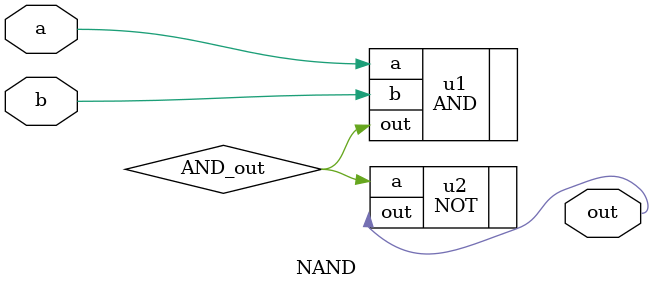
<source format=v>


module NAND(
    input a,
    input b,
    output out
    );
    wire AND_out;
    //Instantiate AND gate
    AND u1 (
        .a (a),
        .b (b),
        .out (AND_out)
    );
    //Instantiate NOT gate
    NOT u2 (
        .a (AND_out),
        .out(out)
    );
    
endmodule

</source>
